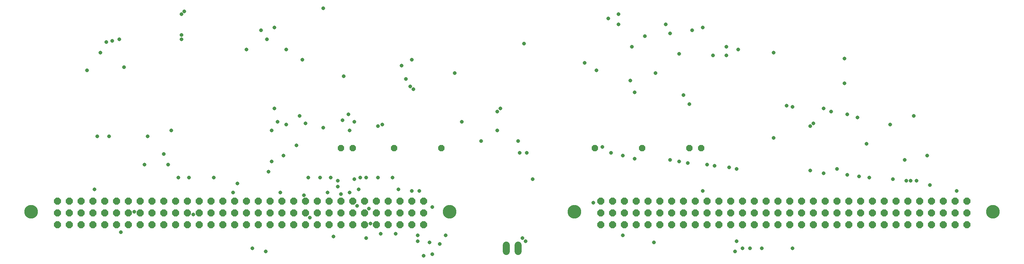
<source format=gbr>
G04 EAGLE Gerber RS-274X export*
G75*
%MOMM*%
%FSLAX34Y34*%
%LPD*%
%INSoldermask Bottom*%
%IPPOS*%
%AMOC8*
5,1,8,0,0,1.08239X$1,22.5*%
G01*
%ADD10P,1.649562X8X292.500000*%
%ADD11C,2.946400*%
%ADD12P,1.484606X8X22.500000*%
%ADD13P,1.484606X8X202.500000*%
%ADD14C,1.524000*%
%ADD15C,0.838200*%


D10*
X965200Y139700D03*
X939800Y139700D03*
X914400Y139700D03*
X889000Y139700D03*
X863600Y139700D03*
X838200Y139700D03*
X812800Y139700D03*
X787400Y139700D03*
X762000Y139700D03*
X736600Y139700D03*
X711200Y139700D03*
X685800Y139700D03*
X660400Y139700D03*
X635000Y139700D03*
X609600Y139700D03*
X584200Y139700D03*
X965200Y88900D03*
X939800Y88900D03*
X914400Y88900D03*
X889000Y88900D03*
X863600Y88900D03*
X838200Y88900D03*
X812800Y88900D03*
X787400Y88900D03*
X762000Y88900D03*
X736600Y88900D03*
X711200Y88900D03*
X685800Y88900D03*
X660400Y88900D03*
X635000Y88900D03*
X609600Y88900D03*
X584200Y88900D03*
X965200Y114300D03*
X939800Y114300D03*
X914400Y114300D03*
X889000Y114300D03*
X863600Y114300D03*
X838200Y114300D03*
X812800Y114300D03*
X787400Y114300D03*
X762000Y114300D03*
X736600Y114300D03*
X711200Y114300D03*
X685800Y114300D03*
X660400Y114300D03*
X635000Y114300D03*
X609600Y114300D03*
X584200Y114300D03*
X558800Y139700D03*
X533400Y139700D03*
X508000Y139700D03*
X482600Y139700D03*
X457200Y139700D03*
X431800Y139700D03*
X406400Y139700D03*
X381000Y139700D03*
X355600Y139700D03*
X330200Y139700D03*
X304800Y139700D03*
X279400Y139700D03*
X254000Y139700D03*
X228600Y139700D03*
X203200Y139700D03*
X177800Y139700D03*
X558800Y88900D03*
X533400Y88900D03*
X508000Y88900D03*
X482600Y88900D03*
X457200Y88900D03*
X431800Y88900D03*
X406400Y88900D03*
X381000Y88900D03*
X355600Y88900D03*
X330200Y88900D03*
X304800Y88900D03*
X279400Y88900D03*
X254000Y88900D03*
X228600Y88900D03*
X203200Y88900D03*
X177800Y88900D03*
X558800Y114300D03*
X533400Y114300D03*
X508000Y114300D03*
X482600Y114300D03*
X457200Y114300D03*
X431800Y114300D03*
X406400Y114300D03*
X381000Y114300D03*
X355600Y114300D03*
X330200Y114300D03*
X304800Y114300D03*
X279400Y114300D03*
X254000Y114300D03*
X228600Y114300D03*
X203200Y114300D03*
X177800Y114300D03*
D11*
X1021499Y117348D03*
X121501Y117348D03*
D10*
X2133600Y139700D03*
X2108200Y139700D03*
X2082800Y139700D03*
X2057400Y139700D03*
X2032000Y139700D03*
X2006600Y139700D03*
X1981200Y139700D03*
X1955800Y139700D03*
X1930400Y139700D03*
X1905000Y139700D03*
X1879600Y139700D03*
X1854200Y139700D03*
X1828800Y139700D03*
X1803400Y139700D03*
X1778000Y139700D03*
X1752600Y139700D03*
X2133600Y88900D03*
X2108200Y88900D03*
X2082800Y88900D03*
X2057400Y88900D03*
X2032000Y88900D03*
X2006600Y88900D03*
X1981200Y88900D03*
X1955800Y88900D03*
X1930400Y88900D03*
X1905000Y88900D03*
X1879600Y88900D03*
X1854200Y88900D03*
X1828800Y88900D03*
X1803400Y88900D03*
X1778000Y88900D03*
X1752600Y88900D03*
X2133600Y114300D03*
X2108200Y114300D03*
X2082800Y114300D03*
X2057400Y114300D03*
X2032000Y114300D03*
X2006600Y114300D03*
X1981200Y114300D03*
X1955800Y114300D03*
X1930400Y114300D03*
X1905000Y114300D03*
X1879600Y114300D03*
X1854200Y114300D03*
X1828800Y114300D03*
X1803400Y114300D03*
X1778000Y114300D03*
X1752600Y114300D03*
X1727200Y139700D03*
X1701800Y139700D03*
X1676400Y139700D03*
X1651000Y139700D03*
X1625600Y139700D03*
X1600200Y139700D03*
X1574800Y139700D03*
X1549400Y139700D03*
X1524000Y139700D03*
X1498600Y139700D03*
X1473200Y139700D03*
X1447800Y139700D03*
X1422400Y139700D03*
X1397000Y139700D03*
X1371600Y139700D03*
X1346200Y139700D03*
X1727200Y88900D03*
X1701800Y88900D03*
X1676400Y88900D03*
X1651000Y88900D03*
X1625600Y88900D03*
X1600200Y88900D03*
X1574800Y88900D03*
X1549400Y88900D03*
X1524000Y88900D03*
X1498600Y88900D03*
X1473200Y88900D03*
X1447800Y88900D03*
X1422400Y88900D03*
X1397000Y88900D03*
X1371600Y88900D03*
X1346200Y88900D03*
X1727200Y114300D03*
X1701800Y114300D03*
X1676400Y114300D03*
X1651000Y114300D03*
X1625600Y114300D03*
X1600200Y114300D03*
X1574800Y114300D03*
X1549400Y114300D03*
X1524000Y114300D03*
X1498600Y114300D03*
X1473200Y114300D03*
X1447800Y114300D03*
X1422400Y114300D03*
X1397000Y114300D03*
X1371600Y114300D03*
X1346200Y114300D03*
D11*
X2189899Y117348D03*
X1289901Y117348D03*
D12*
X787400Y254000D03*
X812800Y254000D03*
D13*
X1003300Y254000D03*
X901700Y254000D03*
D12*
X1536700Y254000D03*
X1562100Y254000D03*
D13*
X1435100Y254000D03*
X1333500Y254000D03*
D14*
X1168400Y44958D02*
X1168400Y31242D01*
X1143000Y31242D02*
X1143000Y44958D01*
D15*
X1349375Y257175D03*
X2111375Y161925D03*
X1565275Y161925D03*
X815975Y187325D03*
X955675Y161925D03*
X965200Y22225D03*
X1047750Y311150D03*
X898525Y190500D03*
X2054225Y174625D03*
X866775Y190500D03*
X841375Y190500D03*
X2003425Y184150D03*
X828675Y190500D03*
X1974850Y187325D03*
X765175Y190500D03*
X1924050Y190500D03*
X742950Y190500D03*
X1901825Y193675D03*
X717550Y190500D03*
X1876425Y196850D03*
X692150Y260350D03*
X1089025Y269875D03*
X1168400Y269875D03*
X1854200Y209550D03*
X663575Y238125D03*
X1825625Y200025D03*
X638175Y225425D03*
X1797050Y206375D03*
X625475Y31750D03*
X1758950Y38100D03*
X596900Y38100D03*
X1692275Y38100D03*
X1666875Y38100D03*
X1635125Y31750D03*
X1638300Y53975D03*
X514350Y190500D03*
X1638300Y209550D03*
X460375Y190500D03*
X1622425Y212725D03*
X438150Y190500D03*
X1590675Y215900D03*
X415925Y219075D03*
X1574800Y219075D03*
X406400Y241300D03*
X1533525Y222250D03*
X365125Y219075D03*
X1514475Y225425D03*
X1495425Y228600D03*
X311150Y488950D03*
X1384300Y520700D03*
X282575Y482600D03*
X1362075Y533400D03*
X781050Y184150D03*
X806450Y292100D03*
X1419225Y231775D03*
X1393825Y238125D03*
X984250Y127000D03*
X1177925Y60325D03*
X904875Y69850D03*
X952500Y53975D03*
X866775Y301625D03*
X2025650Y184150D03*
X936625Y387350D03*
X2000250Y228600D03*
X927100Y403225D03*
X1968500Y304800D03*
X790575Y314325D03*
X1917700Y263525D03*
X749300Y298450D03*
X1898650Y320675D03*
X803275Y327025D03*
X1876425Y327025D03*
X698500Y323850D03*
X1841500Y333375D03*
X669925Y304800D03*
X1825625Y339725D03*
X650875Y311150D03*
X1758950Y342900D03*
X644525Y339725D03*
X1746250Y346075D03*
X708025Y152400D03*
X711200Y307975D03*
X1130300Y339725D03*
X1330325Y136525D03*
X873125Y69850D03*
X1123950Y292100D03*
X1717675Y276225D03*
X1184275Y53975D03*
X1651000Y38100D03*
X749300Y555625D03*
X1616075Y473075D03*
X644525Y514350D03*
X1565275Y514350D03*
X615950Y508000D03*
X1543050Y508000D03*
X450850Y549275D03*
X1485900Y520700D03*
X422275Y292100D03*
X1536700Y349250D03*
X444500Y498475D03*
X1495425Y501650D03*
X371475Y279400D03*
X1524000Y368300D03*
X444500Y488950D03*
X1441450Y495300D03*
X320675Y428625D03*
X1463675Y415925D03*
X288925Y279400D03*
X1419225Y374650D03*
X263525Y279400D03*
X1409700Y400050D03*
X241300Y422275D03*
X1336675Y422275D03*
X1171575Y244475D03*
X2012950Y184150D03*
X793750Y409575D03*
X2047875Y238125D03*
X822325Y130175D03*
X758825Y158750D03*
X917575Y431800D03*
X2019300Y323850D03*
X781050Y171450D03*
X565150Y177800D03*
X841375Y60325D03*
X977900Y50800D03*
X657225Y158750D03*
X939800Y444500D03*
X1870075Y447675D03*
X847725Y123825D03*
X942975Y381000D03*
X1870075Y393700D03*
X815975Y311150D03*
X1803400Y307975D03*
X850900Y92075D03*
X876300Y304800D03*
X1797050Y301625D03*
X720725Y104775D03*
X631825Y203200D03*
X1200150Y187325D03*
X704850Y444500D03*
X1717675Y460375D03*
X771525Y63500D03*
X787400Y155575D03*
X806450Y158750D03*
X269875Y460375D03*
X1641475Y466725D03*
X1587500Y454025D03*
X469900Y111125D03*
X584200Y466725D03*
X1514475Y457200D03*
X669925Y466725D03*
X1616075Y454025D03*
X628650Y488950D03*
X1181100Y479425D03*
X1031875Y415925D03*
X342900Y117475D03*
X555625Y158750D03*
X638175Y292100D03*
X1123950Y333375D03*
X314325Y73025D03*
X984250Y25400D03*
X1000125Y47625D03*
X1460500Y50800D03*
X444500Y542925D03*
X1384300Y542925D03*
X295275Y485775D03*
X1412875Y473075D03*
X257175Y165100D03*
X825500Y165100D03*
X1311275Y438150D03*
X911225Y165100D03*
X939800Y161925D03*
X1012825Y66675D03*
X952500Y66675D03*
X1368425Y244475D03*
X1187450Y244475D03*
X1393825Y66675D03*
M02*

</source>
